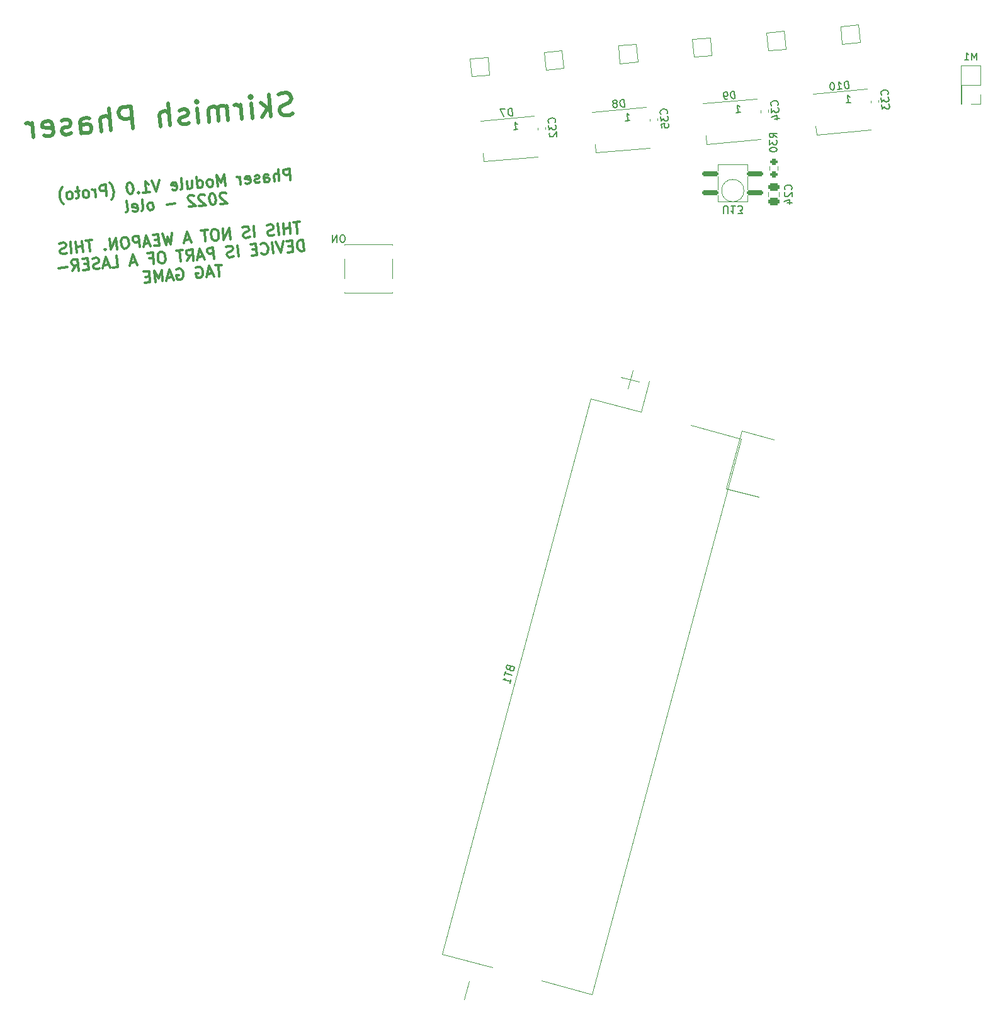
<source format=gbo>
G04 #@! TF.GenerationSoftware,KiCad,Pcbnew,(6.0.5-0)*
G04 #@! TF.CreationDate,2022-11-26T13:27:52+01:00*
G04 #@! TF.ProjectId,Phazor,5068617a-6f72-42e6-9b69-6361645f7063,rev?*
G04 #@! TF.SameCoordinates,Original*
G04 #@! TF.FileFunction,Legend,Bot*
G04 #@! TF.FilePolarity,Positive*
%FSLAX46Y46*%
G04 Gerber Fmt 4.6, Leading zero omitted, Abs format (unit mm)*
G04 Created by KiCad (PCBNEW (6.0.5-0)) date 2022-11-26 13:27:52*
%MOMM*%
%LPD*%
G01*
G04 APERTURE LIST*
G04 Aperture macros list*
%AMRoundRect*
0 Rectangle with rounded corners*
0 $1 Rounding radius*
0 $2 $3 $4 $5 $6 $7 $8 $9 X,Y pos of 4 corners*
0 Add a 4 corners polygon primitive as box body*
4,1,4,$2,$3,$4,$5,$6,$7,$8,$9,$2,$3,0*
0 Add four circle primitives for the rounded corners*
1,1,$1+$1,$2,$3*
1,1,$1+$1,$4,$5*
1,1,$1+$1,$6,$7*
1,1,$1+$1,$8,$9*
0 Add four rect primitives between the rounded corners*
20,1,$1+$1,$2,$3,$4,$5,0*
20,1,$1+$1,$4,$5,$6,$7,0*
20,1,$1+$1,$6,$7,$8,$9,0*
20,1,$1+$1,$8,$9,$2,$3,0*%
%AMHorizOval*
0 Thick line with rounded ends*
0 $1 width*
0 $2 $3 position (X,Y) of the first rounded end (center of the circle)*
0 $4 $5 position (X,Y) of the second rounded end (center of the circle)*
0 Add line between two ends*
20,1,$1,$2,$3,$4,$5,0*
0 Add two circle primitives to create the rounded ends*
1,1,$1,$2,$3*
1,1,$1,$4,$5*%
%AMRotRect*
0 Rectangle, with rotation*
0 The origin of the aperture is its center*
0 $1 length*
0 $2 width*
0 $3 Rotation angle, in degrees counterclockwise*
0 Add horizontal line*
21,1,$1,$2,0,0,$3*%
G04 Aperture macros list end*
%ADD10C,0.500000*%
%ADD11C,0.150000*%
%ADD12C,0.300000*%
%ADD13C,0.120000*%
%ADD14C,3.450000*%
%ADD15C,2.390000*%
%ADD16RoundRect,0.437500X-1.154544X0.762293X-1.381011X-0.082893X1.154544X-0.762293X1.381011X0.082893X0*%
%ADD17R,1.500000X1.500000*%
%ADD18C,1.500000*%
%ADD19R,1.700000X1.700000*%
%ADD20O,1.700000X1.700000*%
%ADD21C,0.650000*%
%ADD22HorizOval,1.000000X-0.531259X0.142350X0.531259X-0.142350X0*%
%ADD23HorizOval,1.000000X-0.289778X0.077646X0.289778X-0.077646X0*%
%ADD24RoundRect,0.500000X1.250000X0.500000X-1.250000X0.500000X-1.250000X-0.500000X1.250000X-0.500000X0*%
%ADD25RoundRect,0.250000X0.475000X-0.250000X0.475000X0.250000X-0.475000X0.250000X-0.475000X-0.250000X0*%
%ADD26RoundRect,0.225000X-0.268659X0.202355X-0.229439X-0.245933X0.268659X-0.202355X0.229439X0.245933X0*%
%ADD27RotRect,1.500000X1.000000X185.000000*%
%ADD28RotRect,2.000000X2.000000X95.000000*%
%ADD29RotRect,7.340000X6.350000X255.000000*%
%ADD30RoundRect,0.200000X0.275000X-0.200000X0.275000X0.200000X-0.275000X0.200000X-0.275000X-0.200000X0*%
%ADD31RoundRect,0.187500X0.937500X0.187500X-0.937500X0.187500X-0.937500X-0.187500X0.937500X-0.187500X0*%
%ADD32R,1.550000X1.300000*%
G04 APERTURE END LIST*
D10*
X123777386Y-33206017D02*
X123362896Y-33385683D01*
X122651328Y-33447937D01*
X122354250Y-33330526D01*
X122199486Y-33200663D01*
X122032271Y-32928487D01*
X122007369Y-32643860D01*
X122124781Y-32346782D01*
X122254644Y-32192017D01*
X122526820Y-32024802D01*
X123083623Y-31832685D01*
X123355800Y-31665470D01*
X123485662Y-31510706D01*
X123603074Y-31213628D01*
X123578173Y-30929001D01*
X123410957Y-30656825D01*
X123256193Y-30526962D01*
X122959115Y-30409550D01*
X122247548Y-30471804D01*
X121833058Y-30651470D01*
X120801252Y-33609798D02*
X120539785Y-30621214D01*
X120417019Y-32496192D02*
X119662744Y-33709405D01*
X119488433Y-31717015D02*
X120726548Y-32755917D01*
X118381922Y-33821462D02*
X118207611Y-31829073D01*
X118120455Y-30832878D02*
X118275220Y-30962741D01*
X118145357Y-31117505D01*
X117990593Y-30987642D01*
X118120455Y-30832878D01*
X118145357Y-31117505D01*
X116958787Y-33945970D02*
X116784476Y-31953581D01*
X116834279Y-32522835D02*
X116667064Y-32250659D01*
X116512299Y-32120796D01*
X116215222Y-32003384D01*
X115930595Y-32028286D01*
X115108711Y-34107831D02*
X114934400Y-32115442D01*
X114959301Y-32400069D02*
X114804537Y-32270206D01*
X114507459Y-32152794D01*
X114080519Y-32190146D01*
X113808342Y-32357362D01*
X113690931Y-32654439D01*
X113827890Y-34219888D01*
X113690931Y-32654439D02*
X113523715Y-32382263D01*
X113226638Y-32264851D01*
X112799697Y-32302204D01*
X112527521Y-32469419D01*
X112410109Y-32766497D01*
X112547068Y-34331946D01*
X111123933Y-34456454D02*
X110949621Y-32464064D01*
X110862465Y-31467870D02*
X111017230Y-31597733D01*
X110887367Y-31752497D01*
X110732603Y-31622634D01*
X110862465Y-31467870D01*
X110887367Y-31752497D01*
X109830660Y-34426198D02*
X109558484Y-34593413D01*
X108989230Y-34643216D01*
X108692152Y-34525804D01*
X108524937Y-34253628D01*
X108512486Y-34111315D01*
X108629898Y-33814237D01*
X108902074Y-33647022D01*
X109329014Y-33609669D01*
X109601191Y-33442454D01*
X109718603Y-33145376D01*
X109706152Y-33003062D01*
X109538937Y-32730886D01*
X109241859Y-32613474D01*
X108814918Y-32650827D01*
X108542742Y-32818042D01*
X107281467Y-34792626D02*
X107020000Y-31804042D01*
X106000646Y-34904683D02*
X105863687Y-33339235D01*
X105981098Y-33042157D01*
X106253275Y-32874942D01*
X106680215Y-32837589D01*
X106977293Y-32955001D01*
X107132057Y-33084864D01*
X102300494Y-35228405D02*
X102039027Y-32239821D01*
X100900518Y-32339427D01*
X100628342Y-32506642D01*
X100498479Y-32661407D01*
X100381068Y-32958485D01*
X100418420Y-33385425D01*
X100585635Y-33657601D01*
X100740399Y-33787464D01*
X101037477Y-33904876D01*
X102175986Y-33805269D01*
X99311910Y-35489872D02*
X99050442Y-32501288D01*
X98031088Y-35601929D02*
X97894129Y-34036481D01*
X98011541Y-33739403D01*
X98283717Y-33572188D01*
X98710658Y-33534835D01*
X99007736Y-33652247D01*
X99162500Y-33782110D01*
X95327131Y-35838495D02*
X95190172Y-34273046D01*
X95307584Y-33975968D01*
X95579760Y-33808753D01*
X96149014Y-33758950D01*
X96446092Y-33876362D01*
X95314680Y-35696181D02*
X95611758Y-35813593D01*
X96323326Y-35751339D01*
X96595502Y-35584124D01*
X96712914Y-35287046D01*
X96688012Y-35002419D01*
X96520797Y-34730243D01*
X96223719Y-34612831D01*
X95512151Y-34675085D01*
X95215074Y-34557673D01*
X94033858Y-35808239D02*
X93761682Y-35975454D01*
X93192428Y-36025257D01*
X92895350Y-35907845D01*
X92728135Y-35635669D01*
X92715684Y-35493356D01*
X92833096Y-35196278D01*
X93105272Y-35029063D01*
X93532213Y-34991710D01*
X93804389Y-34824495D01*
X93921801Y-34527417D01*
X93909350Y-34385104D01*
X93742135Y-34112927D01*
X93445057Y-33995515D01*
X93018116Y-34032868D01*
X92745940Y-34200083D01*
X90333707Y-36131960D02*
X90630784Y-36249372D01*
X91200039Y-36199569D01*
X91472215Y-36032354D01*
X91589627Y-35735276D01*
X91490020Y-34596767D01*
X91322805Y-34324591D01*
X91025727Y-34207179D01*
X90456473Y-34256983D01*
X90184297Y-34424198D01*
X90066885Y-34721276D01*
X90091787Y-35005903D01*
X91539823Y-35166022D01*
X88923022Y-36398782D02*
X88748711Y-34406392D01*
X88798514Y-34975647D02*
X88631299Y-34703470D01*
X88476534Y-34573608D01*
X88179457Y-34456196D01*
X87894829Y-34481097D01*
D11*
X130572567Y-49498860D02*
X130382091Y-49498860D01*
X130286853Y-49546480D01*
X130191615Y-49641718D01*
X130143996Y-49832194D01*
X130143996Y-50165527D01*
X130191615Y-50356003D01*
X130286853Y-50451241D01*
X130382091Y-50498860D01*
X130572567Y-50498860D01*
X130667805Y-50451241D01*
X130763043Y-50356003D01*
X130810662Y-50165527D01*
X130810662Y-49832194D01*
X130763043Y-49641718D01*
X130667805Y-49546480D01*
X130572567Y-49498860D01*
X129715424Y-50498860D02*
X129715424Y-49498860D01*
X129143996Y-50498860D01*
X129143996Y-49498860D01*
D12*
X123463054Y-42103917D02*
X123332320Y-40609625D01*
X122763066Y-40659428D01*
X122626978Y-40743036D01*
X122562047Y-40820418D01*
X122503341Y-40968957D01*
X122522017Y-41182427D01*
X122605625Y-41318515D01*
X122683007Y-41383447D01*
X122831546Y-41442153D01*
X123400800Y-41392349D01*
X121968762Y-42234651D02*
X121838028Y-40740359D01*
X121328351Y-42290679D02*
X121259872Y-41507955D01*
X121318578Y-41359416D01*
X121454666Y-41275808D01*
X121668136Y-41257132D01*
X121816675Y-41315838D01*
X121894057Y-41380769D01*
X119976373Y-42408962D02*
X119907893Y-41626238D01*
X119966599Y-41477699D01*
X120102687Y-41394091D01*
X120387314Y-41369190D01*
X120535853Y-41427896D01*
X119970147Y-42337805D02*
X120118686Y-42396511D01*
X120474470Y-42365384D01*
X120610558Y-42281777D01*
X120669264Y-42133238D01*
X120656813Y-41990924D01*
X120573206Y-41854836D01*
X120424667Y-41796130D01*
X120068883Y-41827257D01*
X119920344Y-41768551D01*
X119329736Y-42393834D02*
X119193648Y-42477442D01*
X118909021Y-42502343D01*
X118760482Y-42443637D01*
X118676875Y-42307549D01*
X118670649Y-42236392D01*
X118729355Y-42087854D01*
X118865443Y-42004246D01*
X119078914Y-41985570D01*
X119215002Y-41901962D01*
X119273708Y-41753423D01*
X119267482Y-41682266D01*
X119183875Y-41546178D01*
X119035336Y-41487472D01*
X118821865Y-41506149D01*
X118685777Y-41589756D01*
X117479661Y-42555695D02*
X117628199Y-42614401D01*
X117912826Y-42589499D01*
X118048915Y-42505891D01*
X118107621Y-42357353D01*
X118057817Y-41788098D01*
X117974210Y-41652010D01*
X117825671Y-41593304D01*
X117541044Y-41618206D01*
X117404956Y-41701814D01*
X117346250Y-41850353D01*
X117358700Y-41992666D01*
X118082719Y-42072725D01*
X116774318Y-42689106D02*
X116687163Y-41692911D01*
X116712064Y-41977538D02*
X116628457Y-41841450D01*
X116551074Y-41776518D01*
X116402535Y-41717813D01*
X116260222Y-41730263D01*
X114710772Y-42869642D02*
X114580038Y-41375350D01*
X114175322Y-42486280D01*
X113583844Y-41462506D01*
X113714577Y-42956798D01*
X112789539Y-43037729D02*
X112925628Y-42954121D01*
X112990559Y-42876739D01*
X113049265Y-42728200D01*
X113011912Y-42301259D01*
X112928305Y-42165171D01*
X112850923Y-42100240D01*
X112702384Y-42041534D01*
X112488913Y-42060210D01*
X112352825Y-42143818D01*
X112287894Y-42221200D01*
X112229188Y-42369739D01*
X112266540Y-42796679D01*
X112350148Y-42932768D01*
X112427530Y-42997699D01*
X112576069Y-43056405D01*
X112789539Y-43037729D01*
X111010620Y-43193364D02*
X110879887Y-41699072D01*
X111004395Y-43122207D02*
X111152934Y-43180913D01*
X111437561Y-43156011D01*
X111573649Y-43072404D01*
X111638580Y-42995022D01*
X111697286Y-42846483D01*
X111659934Y-42419542D01*
X111576326Y-42283454D01*
X111498944Y-42218523D01*
X111350405Y-42159817D01*
X111065778Y-42184718D01*
X110929690Y-42268326D01*
X109571486Y-42315452D02*
X109658642Y-43311647D01*
X110211897Y-42259423D02*
X110280377Y-43042148D01*
X110221671Y-43190687D01*
X110085582Y-43274294D01*
X109872112Y-43292970D01*
X109723573Y-43234264D01*
X109646191Y-43169333D01*
X108733604Y-43392577D02*
X108869692Y-43308969D01*
X108928398Y-43160430D01*
X108816341Y-41879609D01*
X107588870Y-43421027D02*
X107737409Y-43479733D01*
X108022036Y-43454831D01*
X108158124Y-43371223D01*
X108216830Y-43222685D01*
X108167027Y-42653430D01*
X108083419Y-42517342D01*
X107934881Y-42458636D01*
X107650253Y-42483538D01*
X107514165Y-42567146D01*
X107455459Y-42715685D01*
X107467910Y-42857998D01*
X108191929Y-42938057D01*
X105827757Y-42141076D02*
X105460393Y-43678946D01*
X104831562Y-42228232D01*
X103681474Y-43834581D02*
X104535355Y-43759876D01*
X104108414Y-43797229D02*
X103977681Y-42302937D01*
X104138670Y-42503956D01*
X104293435Y-42633819D01*
X104441974Y-42692525D01*
X103028612Y-43748296D02*
X102963681Y-43825678D01*
X103041063Y-43890610D01*
X103105994Y-43813228D01*
X103028612Y-43748296D01*
X103041063Y-43890610D01*
X101914134Y-42483473D02*
X101771821Y-42495924D01*
X101635733Y-42579532D01*
X101570801Y-42656914D01*
X101512096Y-42805453D01*
X101465840Y-43096305D01*
X101496967Y-43452089D01*
X101593026Y-43730491D01*
X101676633Y-43866579D01*
X101754016Y-43931510D01*
X101902555Y-43990216D01*
X102044868Y-43977766D01*
X102180956Y-43894158D01*
X102245888Y-43816776D01*
X102304594Y-43668237D01*
X102350849Y-43377384D01*
X102319722Y-43021601D01*
X102223663Y-42743199D01*
X102140056Y-42607111D01*
X102062673Y-42542179D01*
X101914134Y-42483473D01*
X99390714Y-44783585D02*
X99455646Y-44706203D01*
X99579283Y-44480282D01*
X99637989Y-44331743D01*
X99690469Y-44112047D01*
X99730499Y-43750038D01*
X99705598Y-43465411D01*
X99603314Y-43115853D01*
X99513481Y-42908608D01*
X99429873Y-42772520D01*
X99268883Y-42571500D01*
X99191501Y-42506569D01*
X98771657Y-44264134D02*
X98640923Y-42769842D01*
X98071669Y-42819646D01*
X97935581Y-42903253D01*
X97870650Y-42980635D01*
X97811944Y-43129174D01*
X97830620Y-43342645D01*
X97914228Y-43478733D01*
X97991610Y-43543664D01*
X98140149Y-43602370D01*
X98709403Y-43552567D01*
X97277365Y-44394868D02*
X97190209Y-43398673D01*
X97215111Y-43683300D02*
X97131503Y-43547212D01*
X97054121Y-43482281D01*
X96905582Y-43423575D01*
X96763269Y-43436026D01*
X96138857Y-44494475D02*
X96274945Y-44410867D01*
X96339876Y-44333485D01*
X96398582Y-44184946D01*
X96361230Y-43758005D01*
X96277622Y-43621917D01*
X96200240Y-43556986D01*
X96051701Y-43498280D01*
X95838231Y-43516956D01*
X95702143Y-43600564D01*
X95637211Y-43677946D01*
X95578505Y-43826485D01*
X95615858Y-44253425D01*
X95699465Y-44389513D01*
X95776847Y-44454445D01*
X95925386Y-44513151D01*
X96138857Y-44494475D01*
X95126663Y-43579210D02*
X94557409Y-43629013D01*
X94869615Y-43099789D02*
X94981672Y-44380611D01*
X94922966Y-44529150D01*
X94786878Y-44612757D01*
X94644565Y-44625208D01*
X93932997Y-44687462D02*
X94069085Y-44603855D01*
X94134016Y-44526473D01*
X94192722Y-44377934D01*
X94155370Y-43950993D01*
X94071762Y-43814905D01*
X93994380Y-43749974D01*
X93845841Y-43691268D01*
X93632371Y-43709944D01*
X93496283Y-43793551D01*
X93431351Y-43870934D01*
X93372646Y-44019473D01*
X93409998Y-44446413D01*
X93493606Y-44582501D01*
X93570988Y-44647433D01*
X93719527Y-44706139D01*
X93932997Y-44687462D01*
X92986606Y-45343872D02*
X92909223Y-45278941D01*
X92748234Y-45077921D01*
X92664626Y-44941833D01*
X92574793Y-44734588D01*
X92472509Y-44385030D01*
X92447608Y-44100403D01*
X92487637Y-43738394D01*
X92540118Y-43518698D01*
X92598824Y-43370159D01*
X92722461Y-43144238D01*
X92787392Y-43066856D01*
X114802970Y-43923474D02*
X114725588Y-43858543D01*
X114577049Y-43799837D01*
X114221265Y-43830964D01*
X114085177Y-43914571D01*
X114020246Y-43991953D01*
X113961540Y-44140492D01*
X113973991Y-44282806D01*
X114063824Y-44490051D01*
X114992410Y-45269227D01*
X114067372Y-45350157D01*
X113011600Y-43936796D02*
X112869287Y-43949247D01*
X112733199Y-44032854D01*
X112668267Y-44110236D01*
X112609561Y-44258775D01*
X112563306Y-44549628D01*
X112594433Y-44905412D01*
X112690492Y-45183813D01*
X112774099Y-45319901D01*
X112851482Y-45384833D01*
X113000020Y-45443539D01*
X113142334Y-45431088D01*
X113278422Y-45347480D01*
X113343353Y-45270098D01*
X113402059Y-45121559D01*
X113448315Y-44830707D01*
X113417187Y-44474923D01*
X113321129Y-44196521D01*
X113237522Y-44060433D01*
X113160139Y-43995502D01*
X113011600Y-43936796D01*
X111956700Y-44172490D02*
X111879318Y-44107559D01*
X111730779Y-44048853D01*
X111374995Y-44079980D01*
X111238907Y-44163588D01*
X111173975Y-44240970D01*
X111115269Y-44389509D01*
X111127720Y-44531822D01*
X111217553Y-44739067D01*
X112146139Y-45518243D01*
X111221101Y-45599174D01*
X110533564Y-44296999D02*
X110456182Y-44232067D01*
X110307643Y-44173361D01*
X109951860Y-44204488D01*
X109815771Y-44288096D01*
X109750840Y-44365478D01*
X109692134Y-44514017D01*
X109704585Y-44656331D01*
X109794418Y-44863575D01*
X110723004Y-45642752D01*
X109797966Y-45723682D01*
X107969244Y-45310063D02*
X106830735Y-45409670D01*
X104816993Y-46159461D02*
X104953081Y-46075853D01*
X105018012Y-45998471D01*
X105076718Y-45849932D01*
X105039366Y-45422991D01*
X104955758Y-45286903D01*
X104878376Y-45221972D01*
X104729837Y-45163266D01*
X104516367Y-45181942D01*
X104380278Y-45265550D01*
X104315347Y-45342932D01*
X104256641Y-45491471D01*
X104293994Y-45918412D01*
X104377601Y-46054500D01*
X104454983Y-46119431D01*
X104603522Y-46178137D01*
X104816993Y-46159461D01*
X103465014Y-46277744D02*
X103601102Y-46194136D01*
X103659808Y-46045597D01*
X103547751Y-44764775D01*
X102320280Y-46306193D02*
X102468819Y-46364899D01*
X102753446Y-46339998D01*
X102889535Y-46256390D01*
X102948241Y-46107851D01*
X102898437Y-45538597D01*
X102814830Y-45402509D01*
X102666291Y-45343803D01*
X102381664Y-45368705D01*
X102245576Y-45452312D01*
X102186870Y-45600851D01*
X102199320Y-45743165D01*
X102923339Y-45823224D01*
X101401468Y-46458280D02*
X101537556Y-46374673D01*
X101596262Y-46226134D01*
X101484205Y-44945312D01*
X124710910Y-47761688D02*
X123857028Y-47836393D01*
X124414703Y-49293333D02*
X124283969Y-47799041D01*
X123489665Y-49374263D02*
X123358931Y-47879971D01*
X123421185Y-48591539D02*
X122567304Y-48666244D01*
X122635783Y-49448968D02*
X122505050Y-47954676D01*
X121924216Y-49511222D02*
X121793482Y-48016930D01*
X121277580Y-49496094D02*
X121070335Y-49585927D01*
X120714551Y-49617054D01*
X120566012Y-49558348D01*
X120488630Y-49493417D01*
X120405022Y-49357329D01*
X120392571Y-49215015D01*
X120451277Y-49066476D01*
X120516209Y-48989094D01*
X120652297Y-48905486D01*
X120930698Y-48809428D01*
X121066786Y-48725820D01*
X121131718Y-48648438D01*
X121190424Y-48499899D01*
X121177973Y-48357586D01*
X121094365Y-48221498D01*
X121016983Y-48156566D01*
X120868444Y-48097860D01*
X120512660Y-48128987D01*
X120305416Y-48218820D01*
X118651005Y-49797591D02*
X118520271Y-48303299D01*
X118004368Y-49782463D02*
X117797123Y-49872296D01*
X117441340Y-49903423D01*
X117292801Y-49844717D01*
X117215419Y-49779786D01*
X117131811Y-49643697D01*
X117119360Y-49501384D01*
X117178066Y-49352845D01*
X117242997Y-49275463D01*
X117379086Y-49191855D01*
X117657487Y-49095797D01*
X117793575Y-49012189D01*
X117858507Y-48934807D01*
X117917213Y-48786268D01*
X117904762Y-48643955D01*
X117821154Y-48507867D01*
X117743772Y-48442935D01*
X117595233Y-48384229D01*
X117239449Y-48415356D01*
X117032204Y-48505189D01*
X115377793Y-50083960D02*
X115247060Y-48589668D01*
X114523912Y-50158665D01*
X114393179Y-48664373D01*
X113396984Y-48751528D02*
X113112357Y-48776430D01*
X112976269Y-48860038D01*
X112846406Y-49014802D01*
X112800151Y-49305654D01*
X112843729Y-49803752D01*
X112939787Y-50082153D01*
X113094552Y-50212016D01*
X113243091Y-50270722D01*
X113527718Y-50245820D01*
X113663806Y-50162213D01*
X113793668Y-50007449D01*
X113839924Y-49716596D01*
X113796346Y-49218499D01*
X113700287Y-48940097D01*
X113545523Y-48810234D01*
X113396984Y-48751528D01*
X112329633Y-48844910D02*
X111475751Y-48919614D01*
X112033426Y-50376554D02*
X111902692Y-48882262D01*
X110003684Y-50123925D02*
X109292116Y-50186179D01*
X110183350Y-50538415D02*
X109554519Y-49087701D01*
X109187155Y-50625570D01*
X107562129Y-49262012D02*
X107337079Y-50787431D01*
X106959071Y-49744981D01*
X106767825Y-50837234D01*
X106281308Y-49374069D01*
X105774308Y-50135440D02*
X105276210Y-50179018D01*
X105131219Y-50980419D02*
X105842787Y-50918165D01*
X105712053Y-49423873D01*
X105000486Y-49486127D01*
X104524613Y-50603282D02*
X103813045Y-50665536D01*
X104704279Y-51017771D02*
X104075448Y-49567057D01*
X103708084Y-51104927D01*
X103209987Y-51148505D02*
X103079253Y-49654213D01*
X102509999Y-49704016D01*
X102373911Y-49787624D01*
X102308980Y-49865006D01*
X102250274Y-50013545D01*
X102268950Y-50227015D01*
X102352557Y-50363103D01*
X102429940Y-50428035D01*
X102578479Y-50486741D01*
X103147733Y-50436937D01*
X101300334Y-49809848D02*
X101015707Y-49834750D01*
X100879619Y-49918357D01*
X100749756Y-50073122D01*
X100703501Y-50363974D01*
X100747079Y-50862072D01*
X100843137Y-51140473D01*
X100997902Y-51270336D01*
X101146441Y-51329042D01*
X101431068Y-51304140D01*
X101567156Y-51220533D01*
X101697019Y-51065768D01*
X101743274Y-50774916D01*
X101699696Y-50276818D01*
X101603637Y-49998417D01*
X101448873Y-49868554D01*
X101300334Y-49809848D01*
X100150246Y-51416198D02*
X100019512Y-49921906D01*
X99296365Y-51490902D01*
X99165631Y-49996610D01*
X98572346Y-51410843D02*
X98507415Y-51488225D01*
X98584797Y-51553157D01*
X98649729Y-51475774D01*
X98572346Y-51410843D01*
X98584797Y-51553157D01*
X96817458Y-50202049D02*
X95963577Y-50276754D01*
X96521251Y-51733693D02*
X96390517Y-50239401D01*
X95596213Y-51814624D02*
X95465479Y-50320332D01*
X95527734Y-51031899D02*
X94673852Y-51106604D01*
X94742332Y-51889329D02*
X94611598Y-50395037D01*
X94030764Y-51951583D02*
X93900031Y-50457291D01*
X93384128Y-51936455D02*
X93176883Y-52026288D01*
X92821099Y-52057415D01*
X92672560Y-51998709D01*
X92595178Y-51933778D01*
X92511571Y-51797689D01*
X92499120Y-51655376D01*
X92557826Y-51506837D01*
X92622757Y-51429455D01*
X92758845Y-51345847D01*
X93037247Y-51249789D01*
X93173335Y-51166181D01*
X93238266Y-51088799D01*
X93296972Y-50940260D01*
X93284521Y-50797947D01*
X93200914Y-50661858D01*
X93123532Y-50596927D01*
X92974993Y-50538221D01*
X92619209Y-50569348D01*
X92411964Y-50659181D01*
X125301173Y-51640001D02*
X125170439Y-50145709D01*
X124814655Y-50176836D01*
X124607410Y-50266669D01*
X124477548Y-50421434D01*
X124418842Y-50569973D01*
X124372587Y-50860825D01*
X124391263Y-51074295D01*
X124487321Y-51352697D01*
X124570929Y-51488785D01*
X124725693Y-51618648D01*
X124945389Y-51671128D01*
X125301173Y-51640001D01*
X123738401Y-50988011D02*
X123240304Y-51031588D01*
X123095313Y-51832989D02*
X123806881Y-51770735D01*
X123676147Y-50276443D01*
X122964579Y-50338697D01*
X122537639Y-50376049D02*
X122170275Y-51913919D01*
X121541444Y-50463205D01*
X121174080Y-52001075D02*
X121043347Y-50506783D01*
X119596181Y-51995721D02*
X119673563Y-52060652D01*
X119893259Y-52113132D01*
X120035572Y-52100682D01*
X120242817Y-52010849D01*
X120372680Y-51856084D01*
X120431386Y-51707545D01*
X120477641Y-51416693D01*
X120458965Y-51203223D01*
X120362906Y-50924821D01*
X120279299Y-50788733D01*
X120124534Y-50658870D01*
X119904839Y-50606390D01*
X119762525Y-50618840D01*
X119555280Y-50708673D01*
X119490349Y-50786056D01*
X118899741Y-51411338D02*
X118401644Y-51454916D01*
X118256653Y-52256317D02*
X118968221Y-52194063D01*
X118837487Y-50699771D01*
X118125920Y-50762025D01*
X116477734Y-52411952D02*
X116347000Y-50917660D01*
X115831098Y-52396824D02*
X115623853Y-52486657D01*
X115268069Y-52517784D01*
X115119530Y-52459078D01*
X115042148Y-52394147D01*
X114958540Y-52258059D01*
X114946090Y-52115745D01*
X115004795Y-51967206D01*
X115069727Y-51889824D01*
X115205815Y-51806216D01*
X115484217Y-51710158D01*
X115620305Y-51626551D01*
X115685236Y-51549168D01*
X115743942Y-51400629D01*
X115731491Y-51258316D01*
X115647884Y-51122228D01*
X115570501Y-51057296D01*
X115421962Y-50998590D01*
X115066179Y-51029717D01*
X114858934Y-51119550D01*
X113204523Y-52698321D02*
X113073789Y-51204029D01*
X112504535Y-51253832D01*
X112368447Y-51337440D01*
X112303516Y-51414822D01*
X112244810Y-51563361D01*
X112263486Y-51776831D01*
X112347094Y-51912919D01*
X112424476Y-51977851D01*
X112573015Y-52036557D01*
X113142269Y-51986753D01*
X111744035Y-52395889D02*
X111032468Y-52458143D01*
X111923701Y-52810378D02*
X111294870Y-51359664D01*
X110927506Y-52897534D01*
X109575528Y-53015817D02*
X110011371Y-52260671D01*
X110429409Y-52941112D02*
X110298675Y-51446820D01*
X109729421Y-51496623D01*
X109593333Y-51580231D01*
X109528402Y-51657613D01*
X109469696Y-51806152D01*
X109488372Y-52019622D01*
X109571980Y-52155710D01*
X109649362Y-52220642D01*
X109797901Y-52279348D01*
X110367155Y-52229544D01*
X109017854Y-51558877D02*
X108163973Y-51633582D01*
X108721647Y-53090522D02*
X108590913Y-51596230D01*
X106242740Y-51801668D02*
X105958113Y-51826570D01*
X105822025Y-51910178D01*
X105692162Y-52064942D01*
X105645907Y-52355794D01*
X105689485Y-52853892D01*
X105785543Y-53132293D01*
X105940308Y-53262156D01*
X106088846Y-53320862D01*
X106373474Y-53295960D01*
X106509562Y-53212353D01*
X106639424Y-53057588D01*
X106685679Y-52766736D01*
X106642102Y-52268639D01*
X106546043Y-51990237D01*
X106391279Y-51860374D01*
X106242740Y-51801668D01*
X104526075Y-52668871D02*
X105024172Y-52625293D01*
X105092652Y-53408018D02*
X104961918Y-51913726D01*
X104250351Y-51975980D01*
X102707126Y-53186516D02*
X101995558Y-53248770D01*
X102886792Y-53601006D02*
X102257961Y-52150291D01*
X101890597Y-53688161D01*
X99542424Y-53893600D02*
X100253992Y-53831346D01*
X100123258Y-52337054D01*
X99078131Y-53504012D02*
X98366563Y-53566266D01*
X99257797Y-53918501D02*
X98628966Y-52467787D01*
X98261602Y-54005657D01*
X97828436Y-53971853D02*
X97621192Y-54061686D01*
X97265408Y-54092813D01*
X97116869Y-54034107D01*
X97039487Y-53969176D01*
X96955879Y-53833088D01*
X96943428Y-53690774D01*
X97002134Y-53542235D01*
X97067066Y-53464853D01*
X97203154Y-53381245D01*
X97481555Y-53285187D01*
X97617643Y-53201579D01*
X97682575Y-53124197D01*
X97741281Y-52975658D01*
X97728830Y-52833345D01*
X97645222Y-52697257D01*
X97567840Y-52632325D01*
X97419301Y-52573619D01*
X97063517Y-52604746D01*
X96856272Y-52694579D01*
X96271890Y-53391019D02*
X95773793Y-53434597D01*
X95628802Y-54235997D02*
X96340370Y-54173743D01*
X96209636Y-52679451D01*
X95498069Y-52741705D01*
X94134510Y-54366731D02*
X94570353Y-53611585D01*
X94988391Y-54292026D02*
X94857658Y-52797734D01*
X94288404Y-52847537D01*
X94152315Y-52931145D01*
X94087384Y-53008527D01*
X94028678Y-53157066D01*
X94047354Y-53370536D01*
X94130962Y-53506624D01*
X94208344Y-53571556D01*
X94356883Y-53630262D01*
X94926137Y-53580458D01*
X93444296Y-53853506D02*
X92305788Y-53953112D01*
X114209308Y-53528909D02*
X113355427Y-53603614D01*
X113913101Y-55060553D02*
X113782368Y-53566261D01*
X113021868Y-54708317D02*
X112310300Y-54770572D01*
X113201534Y-55122807D02*
X112572703Y-53672093D01*
X112205339Y-55209963D01*
X110800009Y-53898885D02*
X110936097Y-53815278D01*
X111149567Y-53796601D01*
X111369263Y-53849082D01*
X111524027Y-53978945D01*
X111607635Y-54115033D01*
X111703693Y-54393434D01*
X111722370Y-54606905D01*
X111676115Y-54897757D01*
X111617409Y-55046296D01*
X111487546Y-55201060D01*
X111280301Y-55290893D01*
X111137987Y-55303344D01*
X110918292Y-55250864D01*
X110840910Y-55185932D01*
X110797332Y-54687835D01*
X111081959Y-54662933D01*
X108167209Y-54129225D02*
X108303297Y-54045618D01*
X108516767Y-54026941D01*
X108736463Y-54079422D01*
X108891227Y-54209285D01*
X108974835Y-54345373D01*
X109070893Y-54623774D01*
X109089569Y-54837245D01*
X109043314Y-55128097D01*
X108984608Y-55276636D01*
X108854746Y-55431401D01*
X108647501Y-55521234D01*
X108505187Y-55533684D01*
X108285491Y-55481204D01*
X108208109Y-55416272D01*
X108164531Y-54918175D01*
X108449158Y-54893273D01*
X107613954Y-55181449D02*
X106902386Y-55243703D01*
X107793620Y-55595938D02*
X107164789Y-54145224D01*
X106797425Y-55683094D01*
X106299327Y-55726672D02*
X106168594Y-54232380D01*
X105763878Y-55343309D01*
X105172399Y-54319536D01*
X105303133Y-55813828D01*
X104523086Y-55093357D02*
X104024988Y-55136935D01*
X103879997Y-55938336D02*
X104591565Y-55876082D01*
X104460832Y-54381790D01*
X103749264Y-54444044D01*
D11*
X190810662Y-43403622D02*
X190858281Y-43356003D01*
X190905900Y-43213146D01*
X190905900Y-43117908D01*
X190858281Y-42975051D01*
X190763043Y-42879813D01*
X190667805Y-42832194D01*
X190477329Y-42784575D01*
X190334472Y-42784575D01*
X190143996Y-42832194D01*
X190048758Y-42879813D01*
X189953520Y-42975051D01*
X189905900Y-43117908D01*
X189905900Y-43213146D01*
X189953520Y-43356003D01*
X190001139Y-43403622D01*
X190001139Y-43784575D02*
X189953520Y-43832194D01*
X189905900Y-43927432D01*
X189905900Y-44165527D01*
X189953520Y-44260765D01*
X190001139Y-44308384D01*
X190096377Y-44356003D01*
X190191615Y-44356003D01*
X190334472Y-44308384D01*
X190905900Y-43736956D01*
X190905900Y-44356003D01*
X190239234Y-45213146D02*
X190905900Y-45213146D01*
X189858281Y-44975051D02*
X190572567Y-44736956D01*
X190572567Y-45356003D01*
X159052686Y-34377344D02*
X159095973Y-34325755D01*
X159130960Y-34179292D01*
X159122660Y-34084416D01*
X159062771Y-33946253D01*
X158959595Y-33859678D01*
X158860569Y-33820540D01*
X158666667Y-33789704D01*
X158524354Y-33802154D01*
X158338753Y-33866193D01*
X158248027Y-33921932D01*
X158161452Y-34025108D01*
X158126465Y-34171572D01*
X158134766Y-34266447D01*
X158194654Y-34404611D01*
X158246242Y-34447898D01*
X158180419Y-34788264D02*
X158234372Y-35404956D01*
X158584823Y-35039689D01*
X158597274Y-35182002D01*
X158653012Y-35272727D01*
X158704600Y-35316015D01*
X158803626Y-35355152D01*
X159040815Y-35334401D01*
X159131541Y-35278663D01*
X159174828Y-35227074D01*
X159213966Y-35128049D01*
X159189064Y-34843421D01*
X159133326Y-34752696D01*
X159081738Y-34709408D01*
X158362450Y-35776158D02*
X158319162Y-35827746D01*
X158280025Y-35926772D01*
X158300776Y-36163961D01*
X158356515Y-36254687D01*
X158408103Y-36297974D01*
X158507129Y-36337111D01*
X158602005Y-36328811D01*
X158740168Y-36268922D01*
X159259619Y-35649865D01*
X159313572Y-36266557D01*
X183269972Y-31155557D02*
X183182816Y-30159362D01*
X182945627Y-30180113D01*
X182807463Y-30240002D01*
X182720888Y-30343178D01*
X182681751Y-30442204D01*
X182650914Y-30636106D01*
X182663365Y-30778419D01*
X182727404Y-30964021D01*
X182783142Y-31054746D01*
X182886319Y-31141321D01*
X183032782Y-31176308D01*
X183269972Y-31155557D01*
X182226339Y-31246863D02*
X182036588Y-31263464D01*
X181937562Y-31224327D01*
X181885974Y-31181039D01*
X181778647Y-31047026D01*
X181714608Y-30861425D01*
X181681406Y-30481922D01*
X181720543Y-30382896D01*
X181763831Y-30331308D01*
X181854556Y-30275570D01*
X182044308Y-30258969D01*
X182143334Y-30298106D01*
X182194922Y-30341393D01*
X182250660Y-30432119D01*
X182271412Y-30669308D01*
X182232274Y-30768334D01*
X182188987Y-30819922D01*
X182098261Y-30875661D01*
X181908510Y-30892262D01*
X181809484Y-30853124D01*
X181757896Y-30809837D01*
X181702157Y-30719111D01*
X183411849Y-33050402D02*
X183981103Y-33000598D01*
X183696476Y-33025500D02*
X183609320Y-32029305D01*
X183716647Y-32163318D01*
X183819823Y-32249893D01*
X183918849Y-32289031D01*
X215763043Y-25998860D02*
X215763043Y-24998860D01*
X215429710Y-25713146D01*
X215096377Y-24998860D01*
X215096377Y-25998860D01*
X214096377Y-25998860D02*
X214667805Y-25998860D01*
X214382091Y-25998860D02*
X214382091Y-24998860D01*
X214477329Y-25141718D01*
X214572567Y-25236956D01*
X214667805Y-25284575D01*
X168389668Y-32274997D02*
X168302512Y-31278802D01*
X168065323Y-31299553D01*
X167927159Y-31359442D01*
X167840584Y-31462618D01*
X167801447Y-31561644D01*
X167770610Y-31755546D01*
X167783061Y-31897859D01*
X167847100Y-32083461D01*
X167902838Y-32174186D01*
X168006015Y-32260761D01*
X168152478Y-32295748D01*
X168389668Y-32274997D01*
X167201356Y-31805349D02*
X167292082Y-31749611D01*
X167335369Y-31698023D01*
X167374506Y-31598997D01*
X167370356Y-31551559D01*
X167314618Y-31460833D01*
X167263030Y-31417546D01*
X167164004Y-31378409D01*
X166974252Y-31395010D01*
X166883527Y-31450748D01*
X166840239Y-31502336D01*
X166801102Y-31601362D01*
X166805252Y-31648800D01*
X166860991Y-31739525D01*
X166912579Y-31782813D01*
X167011605Y-31821950D01*
X167201356Y-31805349D01*
X167300382Y-31844487D01*
X167351970Y-31887774D01*
X167407709Y-31978499D01*
X167424310Y-32168251D01*
X167385172Y-32267277D01*
X167341885Y-32318865D01*
X167251159Y-32374603D01*
X167061408Y-32391204D01*
X166962382Y-32352067D01*
X166910794Y-32308780D01*
X166855056Y-32218054D01*
X166838455Y-32028303D01*
X166877592Y-31929277D01*
X166920879Y-31877689D01*
X167011605Y-31821950D01*
X168531545Y-34169842D02*
X169100799Y-34120038D01*
X168816172Y-34144940D02*
X168729016Y-33148745D01*
X168836343Y-33282758D01*
X168939519Y-33369333D01*
X169038545Y-33408471D01*
X188990070Y-32065241D02*
X189033357Y-32013652D01*
X189068344Y-31867189D01*
X189060044Y-31772313D01*
X189000155Y-31634150D01*
X188896979Y-31547575D01*
X188797953Y-31508437D01*
X188604051Y-31477601D01*
X188461738Y-31490051D01*
X188276137Y-31554090D01*
X188185411Y-31609829D01*
X188098836Y-31713005D01*
X188063849Y-31859469D01*
X188072150Y-31954344D01*
X188132038Y-32092508D01*
X188183626Y-32135795D01*
X188117803Y-32476161D02*
X188171756Y-33092853D01*
X188522207Y-32727586D01*
X188534658Y-32869899D01*
X188590396Y-32960624D01*
X188641984Y-33003912D01*
X188741010Y-33043049D01*
X188978199Y-33022298D01*
X189068925Y-32966560D01*
X189112212Y-32914971D01*
X189151350Y-32815946D01*
X189126448Y-32531318D01*
X189070710Y-32440593D01*
X189019122Y-32397305D01*
X188578526Y-33917682D02*
X189242656Y-33859578D01*
X188178272Y-33713695D02*
X188869088Y-33414252D01*
X188923042Y-34030943D01*
X152979736Y-107792632D02*
X152988758Y-107942946D01*
X153022430Y-108001267D01*
X153102098Y-108071913D01*
X153240087Y-108108887D01*
X153344405Y-108087540D01*
X153402726Y-108053868D01*
X153473372Y-107974200D01*
X153571970Y-107606228D01*
X152606044Y-107347409D01*
X152519771Y-107669385D01*
X152541118Y-107773702D01*
X152574790Y-107832023D01*
X152654458Y-107902669D01*
X152746451Y-107927319D01*
X152850769Y-107905972D01*
X152909090Y-107872300D01*
X152979736Y-107792632D01*
X153066009Y-107470656D01*
X152384199Y-108175346D02*
X152236302Y-108727303D01*
X153276177Y-108710144D02*
X152310251Y-108451324D01*
X152980383Y-109814059D02*
X153128280Y-109262101D01*
X153054332Y-109538080D02*
X152088406Y-109279261D01*
X152251045Y-109224242D01*
X152367687Y-109156899D01*
X152438333Y-109077230D01*
X198551427Y-29817837D02*
X198464271Y-28821642D01*
X198227082Y-28842394D01*
X198088919Y-28902282D01*
X198002344Y-29005459D01*
X197963206Y-29104485D01*
X197932370Y-29298386D01*
X197944821Y-29440700D01*
X198008859Y-29626301D01*
X198064598Y-29717026D01*
X198167774Y-29803601D01*
X198314238Y-29838588D01*
X198551427Y-29817837D01*
X197033416Y-29950646D02*
X197602670Y-29900843D01*
X197318043Y-29925744D02*
X197230887Y-28929549D01*
X197338214Y-29063562D01*
X197441390Y-29150138D01*
X197540416Y-29189275D01*
X196329568Y-29008405D02*
X196234693Y-29016705D01*
X196143967Y-29072444D01*
X196100680Y-29124032D01*
X196061542Y-29223058D01*
X196030706Y-29416959D01*
X196051457Y-29654149D01*
X196115496Y-29839750D01*
X196171234Y-29930475D01*
X196222823Y-29973763D01*
X196321848Y-30012900D01*
X196416724Y-30004599D01*
X196507450Y-29948861D01*
X196550737Y-29897273D01*
X196589874Y-29798247D01*
X196620711Y-29604345D01*
X196599960Y-29367156D01*
X196535921Y-29181555D01*
X196480182Y-29090830D01*
X196428594Y-29047542D01*
X196329568Y-29008405D01*
X198218926Y-31754185D02*
X198788180Y-31704381D01*
X198503553Y-31729283D02*
X198416397Y-30733088D01*
X198523724Y-30867101D01*
X198626900Y-30953676D01*
X198725926Y-30992814D01*
X188905900Y-36403622D02*
X188429710Y-36070289D01*
X188905900Y-35832194D02*
X187905900Y-35832194D01*
X187905900Y-36213146D01*
X187953520Y-36308384D01*
X188001139Y-36356003D01*
X188096377Y-36403622D01*
X188239234Y-36403622D01*
X188334472Y-36356003D01*
X188382091Y-36308384D01*
X188429710Y-36213146D01*
X188429710Y-35832194D01*
X187905900Y-36736956D02*
X187905900Y-37356003D01*
X188286853Y-37022670D01*
X188286853Y-37165527D01*
X188334472Y-37260765D01*
X188382091Y-37308384D01*
X188477329Y-37356003D01*
X188715424Y-37356003D01*
X188810662Y-37308384D01*
X188858281Y-37260765D01*
X188905900Y-37165527D01*
X188905900Y-36879813D01*
X188858281Y-36784575D01*
X188810662Y-36736956D01*
X187905900Y-37975051D02*
X187905900Y-38070289D01*
X187953520Y-38165527D01*
X188001139Y-38213146D01*
X188096377Y-38260765D01*
X188286853Y-38308384D01*
X188524948Y-38308384D01*
X188715424Y-38260765D01*
X188810662Y-38213146D01*
X188858281Y-38165527D01*
X188905900Y-38070289D01*
X188905900Y-37975051D01*
X188858281Y-37879813D01*
X188810662Y-37832194D01*
X188715424Y-37784575D01*
X188524948Y-37736956D01*
X188286853Y-37736956D01*
X188096377Y-37784575D01*
X188001139Y-37832194D01*
X187953520Y-37879813D01*
X187905900Y-37975051D01*
X181715424Y-46594099D02*
X181715424Y-45784575D01*
X181763043Y-45689337D01*
X181810662Y-45641718D01*
X181905900Y-45594099D01*
X182096377Y-45594099D01*
X182191615Y-45641718D01*
X182239234Y-45689337D01*
X182286853Y-45784575D01*
X182286853Y-46594099D01*
X183286853Y-45594099D02*
X182715424Y-45594099D01*
X183001139Y-45594099D02*
X183001139Y-46594099D01*
X182905900Y-46451241D01*
X182810662Y-46356003D01*
X182715424Y-46308384D01*
X183620186Y-46594099D02*
X184239234Y-46594099D01*
X183905900Y-46213146D01*
X184048758Y-46213146D01*
X184143996Y-46165527D01*
X184191615Y-46117908D01*
X184239234Y-46022670D01*
X184239234Y-45784575D01*
X184191615Y-45689337D01*
X184143996Y-45641718D01*
X184048758Y-45594099D01*
X183763043Y-45594099D01*
X183667805Y-45641718D01*
X183620186Y-45689337D01*
X153332588Y-33467661D02*
X153245432Y-32471466D01*
X153008243Y-32492217D01*
X152870079Y-32552106D01*
X152783504Y-32655282D01*
X152744367Y-32754308D01*
X152713530Y-32948210D01*
X152725981Y-33090523D01*
X152790020Y-33276125D01*
X152845758Y-33366850D01*
X152948935Y-33453425D01*
X153095398Y-33488412D01*
X153332588Y-33467661D01*
X152344113Y-32550321D02*
X151679983Y-32608425D01*
X152194079Y-33567267D01*
X153474465Y-35362506D02*
X154043719Y-35312702D01*
X153759092Y-35337604D02*
X153671936Y-34341409D01*
X153779263Y-34475422D01*
X153882439Y-34561997D01*
X153981465Y-34601135D01*
X174109766Y-33184681D02*
X174153053Y-33133092D01*
X174188040Y-32986629D01*
X174179740Y-32891753D01*
X174119851Y-32753590D01*
X174016675Y-32667015D01*
X173917649Y-32627877D01*
X173723747Y-32597041D01*
X173581434Y-32609491D01*
X173395833Y-32673530D01*
X173305107Y-32729269D01*
X173218532Y-32832445D01*
X173183545Y-32978909D01*
X173191846Y-33073784D01*
X173251734Y-33211948D01*
X173303322Y-33255235D01*
X173237499Y-33595601D02*
X173291452Y-34212293D01*
X173641903Y-33847026D01*
X173654354Y-33989339D01*
X173710092Y-34080064D01*
X173761680Y-34123352D01*
X173860706Y-34162489D01*
X174097895Y-34141738D01*
X174188621Y-34086000D01*
X174231908Y-34034411D01*
X174271046Y-33935386D01*
X174246144Y-33650758D01*
X174190406Y-33560033D01*
X174138818Y-33516745D01*
X173370307Y-35113612D02*
X173328805Y-34639233D01*
X173799033Y-34550293D01*
X173755745Y-34601881D01*
X173716608Y-34700907D01*
X173737359Y-34938096D01*
X173793098Y-35028821D01*
X173844686Y-35072109D01*
X173943712Y-35111246D01*
X174180901Y-35090495D01*
X174271626Y-35034756D01*
X174314914Y-34983168D01*
X174354051Y-34884142D01*
X174333300Y-34646953D01*
X174277561Y-34556228D01*
X174225973Y-34512940D01*
X203784897Y-30628978D02*
X203828184Y-30577389D01*
X203863171Y-30430926D01*
X203854871Y-30336050D01*
X203794982Y-30197887D01*
X203691806Y-30111312D01*
X203592780Y-30072174D01*
X203398878Y-30041338D01*
X203256565Y-30053788D01*
X203070964Y-30117827D01*
X202980238Y-30173566D01*
X202893663Y-30276742D01*
X202858676Y-30423206D01*
X202866977Y-30518081D01*
X202926865Y-30656245D01*
X202978453Y-30699532D01*
X202912630Y-31039898D02*
X202966583Y-31656590D01*
X203317034Y-31291323D01*
X203329485Y-31433636D01*
X203385223Y-31524361D01*
X203436811Y-31567649D01*
X203535837Y-31606786D01*
X203773026Y-31586035D01*
X203863752Y-31530297D01*
X203907039Y-31478708D01*
X203946177Y-31379683D01*
X203921275Y-31095055D01*
X203865537Y-31004330D01*
X203813949Y-30961042D01*
X202995635Y-31988655D02*
X203049589Y-32605346D01*
X203400039Y-32240079D01*
X203412490Y-32382393D01*
X203468229Y-32473118D01*
X203519817Y-32516406D01*
X203618843Y-32555543D01*
X203856032Y-32534792D01*
X203946757Y-32479053D01*
X203990045Y-32427465D01*
X204029182Y-32328439D01*
X204004281Y-32043812D01*
X203948542Y-31953087D01*
X203896954Y-31909799D01*
D13*
X182066946Y-83587246D02*
X184137499Y-75859840D01*
X186413613Y-84751932D02*
X182066946Y-83587246D01*
X184137499Y-75859840D02*
X188484165Y-77024525D01*
X189188520Y-44307732D02*
X189188520Y-43785228D01*
X187718520Y-44307732D02*
X187718520Y-43785228D01*
X156738327Y-35084020D02*
X156762832Y-35364110D01*
X157754446Y-34995122D02*
X157778951Y-35275212D01*
X186676092Y-36677325D02*
X179403871Y-37313562D01*
X179403871Y-37313562D02*
X179303642Y-36167938D01*
X186196735Y-31198254D02*
X178924514Y-31834491D01*
X213623520Y-31916480D02*
X213623520Y-26716480D01*
X213683520Y-29316480D02*
X216283520Y-29316480D01*
X216283520Y-31916480D02*
X216283520Y-30586480D01*
X216283520Y-26716480D02*
X213623520Y-26716480D01*
X216283520Y-29316480D02*
X216283520Y-26716480D01*
X213683520Y-31916480D02*
X213683520Y-29316480D01*
X213683520Y-31916480D02*
X213623520Y-31916480D01*
X214953520Y-31916480D02*
X216283520Y-31916480D01*
X170153541Y-26237327D02*
X169944367Y-23846459D01*
X167553499Y-24055633D02*
X167762673Y-26446501D01*
X169944367Y-23846459D02*
X167553499Y-24055633D01*
X167762673Y-26446501D02*
X170153541Y-26237327D01*
X197648513Y-23831828D02*
X200039381Y-23622654D01*
X197439339Y-21440960D02*
X197648513Y-23831828D01*
X199830207Y-21231786D02*
X197439339Y-21440960D01*
X200039381Y-23622654D02*
X199830207Y-21231786D01*
X171795788Y-37796765D02*
X164523567Y-38433002D01*
X164523567Y-38433002D02*
X164423338Y-37287378D01*
X171316431Y-32317694D02*
X164044210Y-32953931D01*
X147629605Y-25798748D02*
X147838779Y-28189616D01*
X150020473Y-25589574D02*
X147629605Y-25798748D01*
X147838779Y-28189616D02*
X150229647Y-27980442D01*
X150229647Y-27980442D02*
X150020473Y-25589574D01*
X186675711Y-32771917D02*
X186700216Y-33052007D01*
X187691830Y-32683019D02*
X187716335Y-32963109D01*
X189868260Y-22103344D02*
X187477392Y-22312518D01*
X190077434Y-24494212D02*
X189868260Y-22103344D01*
X187686566Y-24703386D02*
X190077434Y-24494212D01*
X187477392Y-22312518D02*
X187686566Y-24703386D01*
X157275537Y-149760191D02*
X164037018Y-151571925D01*
X163870022Y-71521035D02*
X170631503Y-73332769D01*
X150629967Y-147979516D02*
X143887805Y-146172959D01*
X170365182Y-69265242D02*
X167950367Y-68618194D01*
X143868486Y-146167783D02*
X163870022Y-71521035D01*
X170631503Y-73332769D02*
X171759954Y-69121332D01*
X169481298Y-67734311D02*
X168834251Y-70149125D01*
X184038554Y-76925177D02*
X177277073Y-75113444D01*
X146834632Y-152252821D02*
X147481679Y-149838006D01*
X164037018Y-151571925D02*
X184038554Y-76925177D01*
X194210948Y-36017345D02*
X194110719Y-34871721D01*
X201003812Y-29902037D02*
X193731591Y-30538274D01*
X201483169Y-35381108D02*
X194210948Y-36017345D01*
X177515445Y-23184075D02*
X177724619Y-25574943D01*
X179906313Y-22974901D02*
X177515445Y-23184075D01*
X177724619Y-25574943D02*
X180115487Y-25365769D01*
X180115487Y-25365769D02*
X179906313Y-22974901D01*
X188976021Y-40783738D02*
X188976021Y-40309222D01*
X187931021Y-40783738D02*
X187931021Y-40309222D01*
X180953520Y-45046480D02*
X184953520Y-45046480D01*
X184953520Y-45046480D02*
X184953520Y-40046480D01*
X184953520Y-40046480D02*
X180953520Y-40046480D01*
X180953520Y-40046480D02*
X180953520Y-45046480D01*
X184453520Y-43546480D02*
G75*
G03*
X184453520Y-43546480I-1500000J0D01*
G01*
X130723520Y-57276480D02*
X130723520Y-57246480D01*
X137183520Y-57276480D02*
X137183520Y-57246480D01*
X137183520Y-52746480D02*
X137183520Y-55346480D01*
X130723520Y-50816480D02*
X130723520Y-50846480D01*
X137183520Y-57276480D02*
X130723520Y-57276480D01*
X130723520Y-52746480D02*
X130723520Y-55346480D01*
X137183520Y-50816480D02*
X130723520Y-50816480D01*
X137183520Y-50846480D02*
X137183520Y-50816480D01*
X156738708Y-38989429D02*
X149466487Y-39625666D01*
X149466487Y-39625666D02*
X149366258Y-38480042D01*
X156259351Y-33510358D02*
X148987130Y-34146595D01*
X171795407Y-33891357D02*
X171819912Y-34171447D01*
X172811526Y-33802459D02*
X172836031Y-34082549D01*
X202498909Y-31386801D02*
X202523414Y-31666891D01*
X201482790Y-31475699D02*
X201507295Y-31755789D01*
X159982420Y-24718016D02*
X157591552Y-24927190D01*
X157591552Y-24927190D02*
X157800726Y-27318058D01*
X157800726Y-27318058D02*
X160191594Y-27108884D01*
X160191594Y-27108884D02*
X159982420Y-24718016D01*
%LPC*%
D14*
X164537521Y-140276585D03*
X163369519Y-82816375D03*
D15*
X180980295Y-78911317D03*
D16*
X186647048Y-78085185D03*
X186000000Y-80500000D03*
X185352952Y-82914815D03*
D17*
X210028520Y-27166480D03*
D18*
X210028520Y-29706480D03*
X210028520Y-32246480D03*
D19*
X188153520Y-58046480D03*
D20*
X190693520Y-58046480D03*
X193233520Y-58046480D03*
X195773520Y-58046480D03*
D21*
X79712914Y-41927884D03*
X78216940Y-47510935D03*
D22*
X78358770Y-49029383D03*
D23*
X76557396Y-39601920D03*
D22*
X80594966Y-40683784D03*
D23*
X74321200Y-47947520D03*
D24*
X225953520Y-43546480D03*
D19*
X140228520Y-33046480D03*
D20*
X140228520Y-35586480D03*
D17*
X215443520Y-38996480D03*
D18*
X212903520Y-38996480D03*
X210363520Y-38996480D03*
D25*
X188453520Y-44996480D03*
X188453520Y-43096480D03*
D26*
X157191093Y-34407565D03*
X157326185Y-35951667D03*
D27*
X185101531Y-32448465D03*
X185380429Y-35636288D03*
X180499075Y-36063351D03*
X180220177Y-32875528D03*
D19*
X214953520Y-30586480D03*
D20*
X214953520Y-28046480D03*
D28*
X168853520Y-25146480D03*
X198739360Y-22531807D03*
D27*
X170221227Y-33567905D03*
X170500125Y-36755728D03*
X165618771Y-37182791D03*
X165339873Y-33994968D03*
D28*
X148929626Y-26889595D03*
D26*
X187128477Y-32095462D03*
X187263569Y-33639564D03*
D28*
X188777413Y-23403365D03*
D14*
X178824332Y-86957480D03*
D15*
X165525482Y-74770213D03*
D14*
X149082708Y-136135480D03*
D29*
X174132873Y-73556617D03*
X153774167Y-149536343D03*
D27*
X199908608Y-31152248D03*
X200187506Y-34340071D03*
X195306152Y-34767134D03*
X195027254Y-31579311D03*
D28*
X178815466Y-24274922D03*
D30*
X188453521Y-41371480D03*
X188453521Y-39721480D03*
D31*
X179953520Y-43816480D03*
X179953520Y-41276480D03*
X185953520Y-41276480D03*
X185953520Y-43816480D03*
D32*
X137928520Y-51796480D03*
X129978520Y-51796480D03*
X129978520Y-56296480D03*
X137928520Y-56296480D03*
D27*
X155164147Y-34760569D03*
X155443045Y-37948392D03*
X150561691Y-38375455D03*
X150282793Y-35187632D03*
D26*
X172248173Y-33214902D03*
X172383265Y-34759004D03*
X201935556Y-30799244D03*
X202070648Y-32343346D03*
D28*
X158891573Y-26018037D03*
M02*

</source>
